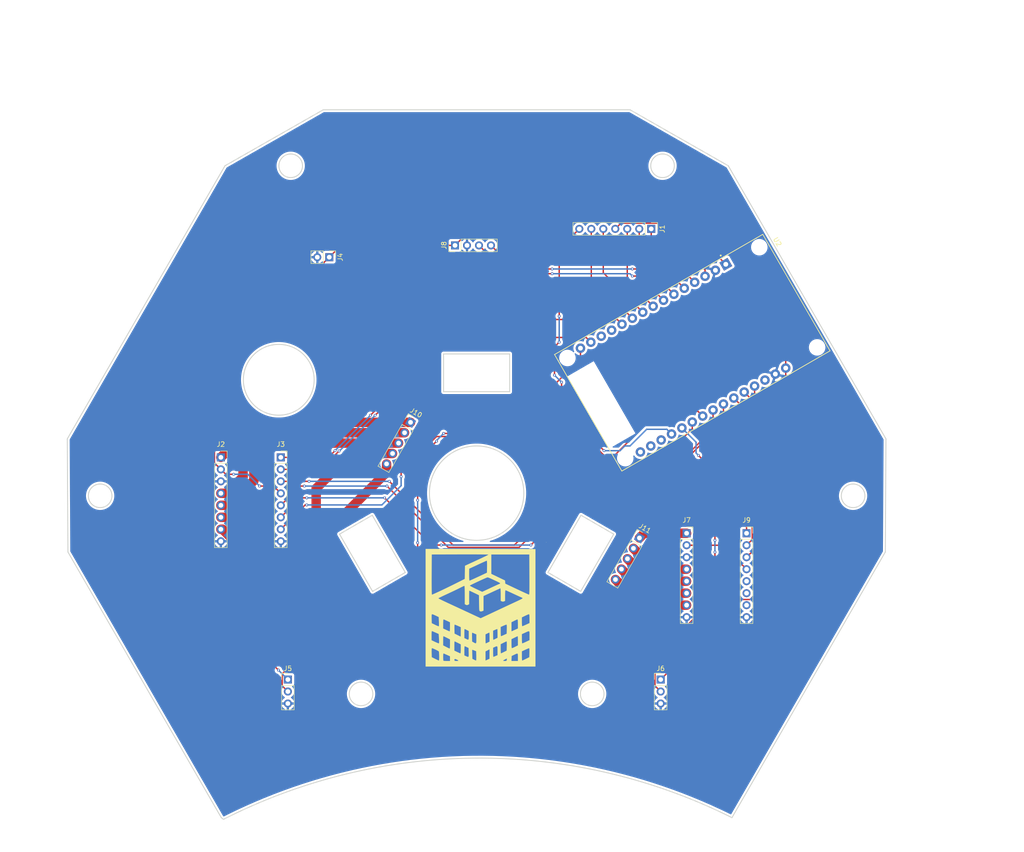
<source format=kicad_pcb>
(kicad_pcb (version 20241229) (generator "pcbnew") (generator_version "9.0")
  (layers (0 "F.Cu" signal) (2 "B.Cu" signal) (13 "F.Paste" user) (15 "B.Paste" user) (5 "F.SilkS" user "F.Silkscreen") (7 "B.SilkS" user "B.Silkscreen") (1 "F.Mask" user) (3 "B.Mask" user) (25 "Edge.Cuts" user))
  (net 0 "")
  (net 1 "GND")
  (net 2 "/BATT+")
  (net 3 "/CAM_TX")
  (net 4 "/CAM_RX")
  (net 5 "/5V")
  (net 6 "/R1")
  (net 7 "/R2")
  (net 8 "/STBY")
  (net 9 "/B1")
  (net 10 "/B2")
  (net 11 "/A2")
  (net 12 "/A1")
  (net 13 "/BIN2")
  (net 14 "/AIN2")
  (net 18 "/PWMA")
  (net 19 "/AIN1")
  (net 21 "/PWMB")
  (net 23 "/BIN1")
  (net 25 "/D4")
  (net 26 "/D34")
  (net 27 "/D15")
  (net 28 "/D19")
  (net 29 "/D18")
  (net 30 "/D2")
  (net 31 "/D5")
  (footprint "Connector_PinHeader_2.54mm:PinHeader_1x07_P2.54mm_Vertical" (layer "F.Cu") (at 187.5 41.5 -90)
    (property "Reference" "J1" (at 0 -2.33 90) (layer "F.SilkS"))
    (property "Value" "Conn_01x07_Pin")
    (pad "1" thru_hole rect (at 0 0 270) (size 1.7 1.7) (drill 1) (layers "*.Cu" "*.Mask") (net 30 "/D2"))
    (pad "2" thru_hole oval (at 0 2.54 270) (size 1.7 1.7) (drill 1) (layers "*.Cu" "*.Mask") (net 25 "/D4"))
    (pad "3" thru_hole oval (at 0 5.08 270) (size 1.7 1.7) (drill 1) (layers "*.Cu" "*.Mask") (net 31 "/D5"))
    (pad "4" thru_hole oval (at 0 7.62 270) (size 1.7 1.7) (drill 1) (layers "*.Cu" "*.Mask") (net 27 "/D15"))
    (pad "5" thru_hole oval (at 0 10.16 270) (size 1.7 1.7) (drill 1) (layers "*.Cu" "*.Mask") (net 29 "/D18"))
    (pad "6" thru_hole oval (at 0 12.7 270) (size 1.7 1.7) (drill 1) (layers "*.Cu" "*.Mask") (net 28 "/D19"))
    (pad "7" thru_hole oval (at 0 15.24 270) (size 1.7 1.7) (drill 1) (layers "*.Cu" "*.Mask") (net 26 "/D34"))
  )
  (footprint "Connector_PinHeader_2.54mm:PinHeader_1x02_P2.54mm_Vertical" (layer "F.Cu") (at 119.275 47.5 -90)
    (property "Reference" "J4" (at 0 -2.33 90) (layer "F.SilkS"))
    (property "Value" "Conn_DC-DC5V")
    (pad "1" thru_hole rect (at 0 0 270) (size 1.7 1.7) (drill 1) (layers "*.Cu" "*.Mask") (net 5 "/5V"))
    (pad "2" thru_hole oval (at 0 2.54 270) (size 1.7 1.7) (drill 1) (layers "*.Cu" "*.Mask") (net 1 "GND"))
  )
  (footprint "Connector_PinHeader_2.54mm:PinHeader_1x04_P2.54mm_Vertical" (layer "F.Cu") (at 145.92 45 90)
    (property "Reference" "J8" (at 0 -2.33 90) (layer "F.SilkS"))
    (property "Value" "Conn_01x04_Pin")
    (pad "1" thru_hole rect (at 0 0 90) (size 1.7 1.7) (drill 1) (layers "*.Cu" "*.Mask") (net 8 "/STBY"))
    (pad "2" thru_hole oval (at 0 2.54 90) (size 1.7 1.7) (drill 1) (layers "*.Cu" "*.Mask") (net 1 "GND"))
    (pad "3" thru_hole oval (at 0 5.08 90) (size 1.7 1.7) (drill 1) (layers "*.Cu" "*.Mask") (net 3 "/CAM_TX"))
    (pad "4" thru_hole oval (at 0 7.62 90) (size 1.7 1.7) (drill 1) (layers "*.Cu" "*.Mask") (net 4 "/CAM_RX"))
  )
  (footprint "Connector_PinSocket_2.54mm:PinSocket_1x08_P2.54mm_Vertical" (layer "F.Cu") (at 207.7 106)
    (property "Reference" "J9" (at 0 -2.77 0) (layer "F.SilkS"))
    (property "Value" "Conn_01x08_Socket")
    (pad "1" thru_hole rect (at 0 0) (size 1.7 1.7) (drill 1) (layers "*.Cu" "*.Mask") (net 18 "/PWMA"))
    (pad "2" thru_hole oval (at 0 2.54) (size 1.7 1.7) (drill 1) (layers "*.Cu" "*.Mask") (net 14 "/AIN2"))
    (pad "3" thru_hole oval (at 0 5.08) (size 1.7 1.7) (drill 1) (layers "*.Cu" "*.Mask") (net 19 "/AIN1"))
    (pad "4" thru_hole oval (at 0 7.62) (size 1.7 1.7) (drill 1) (layers "*.Cu" "*.Mask") (net 8 "/STBY"))
    (pad "5" thru_hole oval (at 0 10.16) (size 1.7 1.7) (drill 1) (layers "*.Cu" "*.Mask") (net 23 "/BIN1"))
    (pad "6" thru_hole oval (at 0 12.7) (size 1.7 1.7) (drill 1) (layers "*.Cu" "*.Mask") (net 13 "/BIN2"))
    (pad "7" thru_hole oval (at 0 15.24) (size 1.7 1.7) (drill 1) (layers "*.Cu" "*.Mask") (net 21 "/PWMB"))
    (pad "8" thru_hole oval (at 0 17.78) (size 1.7 1.7) (drill 1) (layers "*.Cu" "*.Mask") (net 1 "GND"))
  )
  (footprint "Connector_PinHeader_2.54mm:PinHeader_1x05_P2.54mm_Vertical" (layer "F.Cu") (at 136.5 82.5 -30)
    (property "Reference" "J10" (at 0 -2.33 150) (layer "F.SilkS"))
    (property "Value" "Conn_01x05_Pin")
    (pad "1" thru_hole rect (at 0 0 330) (size 1.7 1.7) (drill 1) (layers "*.Cu" "*.Mask") (net 2 "/BATT+"))
    (pad "2" thru_hole oval (at 0 2.54 330) (size 1.7 1.7) (drill 1) (layers "*.Cu" "*.Mask") (net 12 "/A1"))
    (pad "3" thru_hole oval (at 0 5.08 330) (size 1.7 1.7) (drill 1) (layers "*.Cu" "*.Mask") (net 11 "/A2"))
    (pad "4" thru_hole oval (at 0 7.62 330) (size 1.7 1.7) (drill 1) (layers "*.Cu" "*.Mask") (net 10 "/B2"))
    (pad "5" thru_hole oval (at 0 10.16 330) (size 1.7 1.7) (drill 1) (layers "*.Cu" "*.Mask") (net 9 "/B1"))
  )
  (footprint "Connector_PinHeader_2.54mm:PinHeader_1x05_P2.54mm_Vertical" (layer "F.Cu") (at 185 107 -30)
    (property "Reference" "J11" (at 0 -2.33 150) (layer "F.SilkS"))
    (property "Value" "Conn_01x05_Pin")
    (pad "1" thru_hole rect (at 0 0 330) (size 1.7 1.7) (drill 1) (layers "*.Cu" "*.Mask") (net 2 "/BATT+"))
    (pad "2" thru_hole oval (at 0 2.54 330) (size 1.7 1.7) (drill 1) (layers "*.Cu" "*.Mask") (net 12 "/A1"))
    (pad "3" thru_hole oval (at 0 5.08 330) (size 1.7 1.7) (drill 1) (layers "*.Cu" "*.Mask") (net 11 "/A2"))
    (pad "4" thru_hole oval (at 0 7.62 330) (size 1.7 1.7) (drill 1) (layers "*.Cu" "*.Mask") (net 10 "/B2"))
    (pad "5" thru_hole oval (at 0 10.16 330) (size 1.7 1.7) (drill 1) (layers "*.Cu" "*.Mask") (net 9 "/B1"))
  )
  (footprint "ESP32-DEVKIT-V1:MODULE_ESP32_DEVKIT_V1" (layer "F.Cu") (at 196.213616 67.758978 -60)
    (property "Reference" "U2" (at -11.355 -27.36 120) (layer "F.SilkS"))
    (property "Value" "ESP32-DEVKIT-V1")
    (pad "" np_thru_hole circle (at -12.28 -23.475 300) (size 3 3) (drill 3) (layers "*.Cu" "*.Mask"))
    (pad "" np_thru_hole circle (at -12.28 23.475 300) (size 3 3) (drill 3) (layers "*.Cu" "*.Mask"))
    (pad "" np_thru_hole circle (at 12.23 -23.475 300) (size 3 3) (drill 3) (layers "*.Cu" "*.Mask"))
    (pad "" np_thru_hole circle (at 12.23 23.475 300) (size 3 3) (drill 3) (layers "*.Cu" "*.Mask"))
    (pad "1" thru_hole rect (at -12.7 -15.515 300) (size 2 2) (drill 1.02) (layers "*.Cu" "*.Mask") (net 8 "/STBY"))
    (pad "2" thru_hole circle (at -12.7 -12.975001 300) (size 2 2) (drill 1.02) (layers "*.Cu" "*.Mask") (net 1 "GND"))
    (pad "3" thru_hole circle (at -12.7 -10.435 300) (size 2 2) (drill 1.02) (layers "*.Cu" "*.Mask") (net 27 "/D15"))
    (pad "4" thru_hole circle (at -12.7 -7.895001 300) (size 2 2) (drill 1.02) (layers "*.Cu" "*.Mask") (net 30 "/D2"))
    (pad "5" thru_hole circle (at -12.7 -5.355 300) (size 2 2) (drill 1.02) (layers "*.Cu" "*.Mask") (net 25 "/D4"))
    (pad "6" thru_hole circle (at -12.7 -2.815001 300) (size 2 2) (drill 1.02) (layers "*.Cu" "*.Mask") (net 4 "/CAM_RX"))
    (pad "7" thru_hole circle (at -12.7 -0.275 300) (size 2 2) (drill 1.02) (layers "*.Cu" "*.Mask") (net 3 "/CAM_TX"))
    (pad "8" thru_hole circle (at -12.700001 2.265 300) (size 2 2) (drill 1.02) (layers "*.Cu" "*.Mask") (net 31 "/D5"))
    (pad "9" thru_hole circle (at -12.7 4.805 300) (size 2 2) (drill 1.02) (layers "*.Cu" "*.Mask") (net 29 "/D18"))
    (pad "10" thru_hole circle (at -12.700001 7.345 300) (size 2 2) (drill 1.02) (layers "*.Cu" "*.Mask") (net 28 "/D19"))
    (pad "11" thru_hole circle (at -12.7 9.885 300) (size 2 2) (drill 1.02) (layers "*.Cu" "*.Mask") (net 18 "/PWMA"))
    (pad "12" thru_hole circle (at -12.700001 12.425 300) (size 2 2) (drill 1.02) (layers "*.Cu" "*.Mask"))
    (pad "13" thru_hole circle (at -12.7 14.965 300) (size 2 2) (drill 1.02) (layers "*.Cu" "*.Mask"))
    (pad "14" thru_hole circle (at -12.7 17.505 300) (size 2 2) (drill 1.02) (layers "*.Cu" "*.Mask") (net 14 "/AIN2"))
    (pad "15" thru_hole circle (at -12.7 20.045 300) (size 2 2) (drill 1.02) (layers "*.Cu" "*.Mask") (net 6 "/R1"))
    (pad "16" thru_hole circle (at 12.7 20.045 300) (size 2 2) (drill 1.02) (layers "*.Cu" "*.Mask"))
    (pad "17" thru_hole circle (at 12.7 17.505 300) (size 2 2) (drill 1.02) (layers "*.Cu" "*.Mask"))
    (pad "18" thru_hole circle (at 12.7 14.965 300) (size 2 2) (drill 1.02) (layers "*.Cu" "*.Mask"))
    (pad "19" thru_hole circle (at 12.7 12.425 300) (size 2 2) (drill 1.02) (layers "*.Cu" "*.Mask") (net 26 "/D34"))
    (pad "20" thru_hole circle (at 12.7 9.885 300) (size 2 2) (drill 1.02) (layers "*.Cu" "*.Mask") (net 7 "/R2"))
    (pad "21" thru_hole circle (at 12.7 7.345001 300) (size 2 2) (drill 1.02) (layers "*.Cu" "*.Mask") (net 19 "/AIN1"))
    (pad "22" thru_hole circle (at 12.7 4.805 300) (size 2 2) (drill 1.02) (layers "*.Cu" "*.Mask") (net 21 "/PWMB"))
    (pad "23" thru_hole circle (at 12.7 2.265001 300) (size 2 2) (drill 1.02) (layers "*.Cu" "*.Mask") (net 23 "/BIN1"))
    (pad "24" thru_hole circle (at 12.7 -0.275 300) (size 2 2) (drill 1.02) (layers "*.Cu" "*.Mask") (net 13 "/BIN2"))
    (pad "25" thru_hole circle (at 12.700001 -2.815 300) (size 2 2) (drill 1.02) (layers "*.Cu" "*.Mask") (net 18 "/PWMA"))
    (pad "26" thru_hole circle (at 12.7 -5.355 300) (size 2 2) (drill 1.02) (layers "*.Cu" "*.Mask") (net 14 "/AIN2"))
    (pad "27" thru_hole circle (at 12.700001 -7.895 300) (size 2 2) (drill 1.02) (layers "*.Cu" "*.Mask") (net 19 "/AIN1"))
    (pad "28" thru_hole circle (at 12.7 -10.435 300) (size 2 2) (drill 1.02) (layers "*.Cu" "*.Mask"))
    (pad "29" thru_hole circle (at 12.700001 -12.975 300) (size 2 2) (drill 1.02) (layers "*.Cu" "*.Mask") (net 1 "GND"))
    (pad "30" thru_hole circle (at 12.7 -15.515 300) (size 2 2) (drill 1.02) (layers "*.Cu" "*.Mask") (net 5 "/5V"))
    (zone (net 0) (net_name "") (layer "B.Cu") (connect_pads (clearance 0)) (min_thickness 0.01)
      (keepout (tracks not_allowed) (vias not_allowed) (pads not_allowed) (copperpour not_allowed) (footprints allowed))
      (fill (thermal_gap 0.508) (thermal_bridge_width 0.508))
      (polygon (pts (xy 175.317124 69.535192) (xy 184.162124 84.855181) (xy 178.541619 88.100181) (xy 169.696619 72.780192)))
    )
  )
  (footprint "Connector_PinSocket_2.54mm:PinSocket_1x08_P2.54mm_Vertical" (layer "F.Cu") (at 96.3 89.92)
    (property "Reference" "J2" (at 0 -2.77 0) (layer "F.SilkS"))
    (property "Value" "Conn_01x08_Socket")
    (pad "1" thru_hole rect (at 0 0) (size 1.7 1.7) (drill 1) (layers "*.Cu" "*.Mask") (net 2 "/BATT+"))
    (pad "2" thru_hole oval (at 0 2.54) (size 1.7 1.7) (drill 1) (layers "*.Cu" "*.Mask") (net 8 "/STBY"))
    (pad "3" thru_hole oval (at 0 5.08) (size 1.7 1.7) (drill 1) (layers "*.Cu" "*.Mask") (net 1 "GND"))
    (pad "4" thru_hole oval (at 0 7.62) (size 1.7 1.7) (drill 1) (layers "*.Cu" "*.Mask") (net 12 "/A1"))
    (pad "5" thru_hole oval (at 0 10.16) (size 1.7 1.7) (drill 1) (layers "*.Cu" "*.Mask") (net 11 "/A2"))
    (pad "6" thru_hole oval (at 0 12.7) (size 1.7 1.7) (drill 1) (layers "*.Cu" "*.Mask") (net 10 "/B2"))
    (pad "7" thru_hole oval (at 0 15.24) (size 1.7 1.7) (drill 1) (layers "*.Cu" "*.Mask") (net 9 "/B1"))
    (pad "8" thru_hole oval (at 0 17.78) (size 1.7 1.7) (drill 1) (layers "*.Cu" "*.Mask") (net 1 "GND"))
  )
  (footprint "Connector_PinHeader_2.54mm:PinHeader_1x03_P2.54mm_Vertical" (layer "F.Cu") (at 189.5 137)
    (property "Reference" "J6" (at 0 -2.33 0) (layer "F.SilkS"))
    (property "Value" "relay2")
    (pad "1" thru_hole rect (at 0 0) (size 1.7 1.7) (drill 1) (layers "*.Cu" "*.Mask") (net 5 "/5V"))
    (pad "2" thru_hole oval (at 0 2.54) (size 1.7 1.7) (drill 1) (layers "*.Cu" "*.Mask") (net 7 "/R2"))
    (pad "3" thru_hole oval (at 0 5.08) (size 1.7 1.7) (drill 1) (layers "*.Cu" "*.Mask") (net 1 "GND"))
  )
  (footprint "quichepcb" (layer "F.Cu") (at 167.5 120.5)
    (property "Reference" "G***" (hide yes))
    (property "Value" "LOGO" (hide yes))
  )
  (footprint "Connector_PinSocket_2.54mm:PinSocket_1x08_P2.54mm_Vertical" (layer "F.Cu") (at 109 89.92)
    (property "Reference" "J3" (at 0 -2.77 0) (layer "F.SilkS"))
    (property "Value" "Conn_01x08_Socket")
    (pad "1" thru_hole rect (at 0 0) (size 1.7 1.7) (drill 1) (layers "*.Cu" "*.Mask") (net 18 "/PWMA"))
    (pad "2" thru_hole oval (at 0 2.54) (size 1.7 1.7) (drill 1) (layers "*.Cu" "*.Mask") (net 14 "/AIN2"))
    (pad "3" thru_hole oval (at 0 5.08) (size 1.7 1.7) (drill 1) (layers "*.Cu" "*.Mask") (net 19 "/AIN1"))
    (pad "4" thru_hole oval (at 0 7.62) (size 1.7 1.7) (drill 1) (layers "*.Cu" "*.Mask") (net 8 "/STBY"))
    (pad "5" thru_hole oval (at 0 10.16) (size 1.7 1.7) (drill 1) (layers "*.Cu" "*.Mask") (net 23 "/BIN1"))
    (pad "6" thru_hole oval (at 0 12.7) (size 1.7 1.7) (drill 1) (layers "*.Cu" "*.Mask") (net 13 "/BIN2"))
    (pad "7" thru_hole oval (at 0 15.24) (size 1.7 1.7) (drill 1) (layers "*.Cu" "*.Mask") (net 21 "/PWMB"))
    (pad "8" thru_hole oval (at 0 17.78) (size 1.7 1.7) (drill 1) (layers "*.Cu" "*.Mask") (net 1 "GND"))
  )
  (footprint "Connector_PinHeader_2.54mm:PinHeader_1x03_P2.54mm_Vertical" (layer "F.Cu") (at 110.5 137)
    (property "Reference" "J5" (at 0 -2.33 0) (layer "F.SilkS"))
    (property "Value" "relay1")
    (pad "1" thru_hole rect (at 0 0) (size 1.7 1.7) (drill 1) (layers "*.Cu" "*.Mask") (net 5 "/5V"))
    (pad "2" thru_hole oval (at 0 2.54) (size 1.7 1.7) (drill 1) (layers "*.Cu" "*.Mask") (net 6 "/R1"))
    (pad "3" thru_hole oval (at 0 5.08) (size 1.7 1.7) (drill 1) (layers "*.Cu" "*.Mask") (net 1 "GND"))
  )
  (footprint "Connector_PinSocket_2.54mm:PinSocket_1x08_P2.54mm_Vertical" (layer "F.Cu") (at 195 106)
    (property "Reference" "J7" (at 0 -2.77 0) (layer "F.SilkS"))
    (property "Value" "Conn_01x08_Socket")
    (pad "1" thru_hole rect (at 0 0) (size 1.7 1.7) (drill 1) (layers "*.Cu" "*.Mask") (net 2 "/BATT+"))
    (pad "2" thru_hole oval (at 0 2.54) (size 1.7 1.7) (drill 1) (layers "*.Cu" "*.Mask") (net 8 "/STBY"))
    (pad "3" thru_hole oval (at 0 5.08) (size 1.7 1.7) (drill 1) (layers "*.Cu" "*.Mask") (net 1 "GND"))
    (pad "4" thru_hole oval (at 0 7.62) (size 1.7 1.7) (drill 1) (layers "*.Cu" "*.Mask") (net 12 "/A1"))
    (pad "5" thru_hole oval (at 0 10.16) (size 1.7 1.7) (drill 1) (layers "*.Cu" "*.Mask") (net 11 "/A2"))
    (pad "6" thru_hole oval (at 0 12.7) (size 1.7 1.7) (drill 1) (layers "*.Cu" "*.Mask") (net 10 "/B2"))
    (pad "7" thru_hole oval (at 0 15.24) (size 1.7 1.7) (drill 1) (layers "*.Cu" "*.Mask") (net 9 "/B1"))
    (pad "8" thru_hole oval (at 0 17.78) (size 1.7 1.7) (drill 1) (layers "*.Cu" "*.Mask") (net 1 "GND"))
  )
  (gr_line (start 183 16.259616) (end 203.829415 28.129808) (stroke (width 0.2)) (layer "Edge.Cuts"))
  (gr_line (start 121.452251 106.187822) (end 128.380454 102.187822) (stroke (width 0.2)) (layer "Edge.Cuts"))
  (gr_line (start 63.893764 109.974366) (end 63.758944 86.000468) (stroke (width 0.2)) (layer "Edge.Cuts"))
  (gr_circle (center 126.0078 140.043564) (end 128.5078 140.043564) (stroke (width 0.2)) (fill no) (layer "Edge.Cuts"))
  (gr_line (start 143.5 68) (end 143.5 76) (stroke (width 0.2)) (layer "Edge.Cuts"))
  (gr_circle (center 70.724173 98.064598) (end 73.224173 98.064598) (stroke (width 0.2)) (fill no) (layer "Edge.Cuts"))
  (gr_line (start 157.5 68) (end 157.5 76) (stroke (width 0.2)) (layer "Edge.Cuts"))
  (gr_circle (center 111.101043 28.129808) (end 113.601043 28.129808) (stroke (width 0.2)) (fill no) (layer "Edge.Cuts"))
  (gr_circle (center 174.9922 140.043564) (end 177.4922 140.043564) (stroke (width 0.2)) (fill no) (layer "Edge.Cuts"))
  (gr_line (start 128.452251 118.312178) (end 135.380454 114.312178) (stroke (width 0.2)) (layer "Edge.Cuts"))
  (gr_line (start 128.452251 118.312178) (end 121.452251 106.187822) (stroke (width 0.2)) (layer "Edge.Cuts"))
  (gr_line (start 96.393764 166.266018) (end 96.853765 166.625477) (stroke (width 0.2)) (layer "Edge.Cuts"))
  (gr_line (start 172.547749 118.312178) (end 165.619546 114.312178) (stroke (width 0.2)) (layer "Edge.Cuts"))
  (gr_line (start 237.106236 109.974366) (end 237.241056 86.000468) (stroke (width 0.2)) (layer "Edge.Cuts"))
  (gr_line (start 143.5 68) (end 157.5 68) (stroke (width 0.2)) (layer "Edge.Cuts"))
  (gr_line (start 204.606235 166.266019) (end 237.106236 109.974366) (stroke (width 0.2)) (layer "Edge.Cuts"))
  (gr_circle (center 189.898957 28.129808) (end 192.398957 28.129808) (stroke (width 0.2)) (fill no) (layer "Edge.Cuts"))
  (gr_circle (center 230.275827 98.064598) (end 232.775827 98.064598) (stroke (width 0.2)) (fill no) (layer "Edge.Cuts"))
  (gr_line (start 135.380454 114.312178) (end 128.380454 102.187822) (stroke (width 0.2)) (layer "Edge.Cuts"))
  (gr_line (start 97.170585 28.129808) (end 118 16.259616) (stroke (width 0.2)) (layer "Edge.Cuts"))
  (gr_line (start 172.619546 102.187822) (end 165.619546 114.312178) (stroke (width 0.2)) (layer "Edge.Cuts"))
  (gr_circle (center 150.5 97.5) (end 160.5 97.5) (stroke (width 0.2)) (fill no) (layer "Edge.Cuts"))
  (gr_line (start 63.758944 86.000468) (end 97.170585 28.129808) (stroke (width 0.2)) (layer "Edge.Cuts"))
  (gr_line (start 183 16.259616) (end 118 16.259616) (stroke (width 0.2)) (layer "Edge.Cuts"))
  (gr_circle (center 108.572279 73.48022) (end 116.072279 73.48022) (stroke (width 0.2)) (fill no) (layer "Edge.Cuts"))
  (gr_line (start 179.547749 106.187822) (end 172.547749 118.312178) (stroke (width 0.2)) (layer "Edge.Cuts"))
  (gr_line (start 143.5 76) (end 157.5 76) (stroke (width 0.2)) (layer "Edge.Cuts"))
  (gr_line (start 203.829415 28.129808) (end 237.241056 86.000468) (stroke (width 0.2)) (layer "Edge.Cuts"))
  (gr_line (start 179.547749 106.187822) (end 172.619546 102.187822) (stroke (width 0.2)) (layer "Edge.Cuts"))
  (gr_arc (start 96.853765 166.625477) (mid 150.687311 153.649183) (end 204.606235 166.266019) (stroke (width 0.2)) (layer "Edge.Cuts"))
  (gr_line (start 63.893764 109.974366) (end 96.393764 166.266018) (stroke (width 0.2)) (layer "Edge.Cuts"))
  (segment (start 103.72 82.5) (end 136.5 82.5) (width 2) (layer "F.Cu") (net 2))
  (segment (start 96.3 89.92) (end 103.72 82.5) (width 2) (layer "F.Cu") (net 2))
  (segment (start 186 106) (end 195 106) (width 2) (layer "F.Cu") (net 2))
  (segment (start 185 107) (end 186 106) (width 2) (layer "F.Cu") (net 2))
  (segment (start 157 51) (end 166.5 51) (width 0.3) (layer "F.Cu") (net 3))
  (segment (start 151 45) (end 157 51) (width 0.3) (layer "F.Cu") (net 3))
  (segment (start 184.978818 51.5) (end 190.101773 56.622955) (width 0.3) (layer "F.Cu") (net 3))
  (segment (start 183.5 51.5) (end 184.978818 51.5) (width 0.3) (layer "F.Cu") (net 3))
  (via (at 166.5 51) (size 0.6) (drill 0.3) (layers "F.Cu" "B.Cu") (net 3))
  (via (at 183.5 51.5) (size 0.6) (drill 0.3) (layers "F.Cu" "B.Cu") (net 3))
  (segment (start 183 51) (end 183.5 51.5) (width 0.3) (layer "B.Cu") (net 3))
  (segment (start 166.5 51) (end 183 51) (width 0.3) (layer "B.Cu") (net 3))
  (segment (start 183.5 50) (end 186.948523 50) (width 0.3) (layer "F.Cu") (net 4))
  (segment (start 158.54 50) (end 166.5 50) (width 0.3) (layer "F.Cu") (net 4))
  (segment (start 186.948523 50) (end 192.301478 55.352955) (width 0.3) (layer "F.Cu") (net 4))
  (segment (start 153.54 45) (end 158.54 50) (width 0.3) (layer "F.Cu") (net 4))
  (via (at 183.5 50) (size 0.6) (drill 0.3) (layers "F.Cu" "B.Cu") (net 4))
  (via (at 166.5 50) (size 0.6) (drill 0.3) (layers "F.Cu" "B.Cu") (net 4))
  (segment (start 166.5 50) (end 183.5 50) (width 0.3) (layer "B.Cu") (net 4))
  (segment (start 189.5 137) (end 206.461 120.039) (width 0.3) (layer "F.Cu") (net 5))
  (segment (start 119.275 47.5) (end 94 72.775) (width 0.3) (layer "F.Cu") (net 5))
  (segment (start 119.275 47.5) (end 128.775 38) (width 0.3) (layer "F.Cu") (net 5))
  (segment (start 216 112.5) (end 216 71.000001) (width 0.3) (layer "F.Cu") (net 5))
  (segment (start 216 56) (end 216 71.000001) (width 0.3) (layer "F.Cu") (net 5))
  (segment (start 94 120.5) (end 108.5 135) (width 0.3) (layer "F.Cu") (net 5))
  (segment (start 128.775 38) (end 198 38) (width 0.3) (layer "F.Cu") (net 5))
  (segment (start 94 72.775) (end 94 120.5) (width 0.3) (layer "F.Cu") (net 5))
  (segment (start 206.461 120.039) (end 208.461 120.039) (width 0.3) (layer "F.Cu") (net 5))
  (segment (start 198 38) (end 216 56) (width 0.3) (layer "F.Cu") (net 5))
  (segment (start 208.461 120.039) (end 216 112.5) (width 0.3) (layer "F.Cu") (net 5))
  (via (at 108.5 135) (size 0.6) (drill 0.3) (layers "F.Cu" "B.Cu") (net 5))
  (segment (start 108.5 135) (end 110.5 137) (width 0.3) (layer "B.Cu") (net 5))
  (segment (start 126.098 119) (end 134.5 119) (width 0.3) (layer "F.Cu") (net 6))
  (segment (start 138 115.5) (end 138 108) (width 0.3) (layer "F.Cu") (net 6))
  (segment (start 110.5 139.54) (end 109.299 138.339) (width 0.3) (layer "F.Cu") (net 6))
  (segment (start 109.299 135.799) (end 126.098 119) (width 0.3) (layer "F.Cu") (net 6))
  (segment (start 156.65 84.85) (end 172.504137 68.995863) (width 0.3) (layer "F.Cu") (net 6))
  (segment (start 138 90.5) (end 142 86.5) (width 0.3) (layer "F.Cu") (net 6))
  (segment (start 172.504137 68.995863) (end 172.504137 66.782955) (width 0.3) (layer "F.Cu") (net 6))
  (segment (start 138 99) (end 138 90.5) (width 0.3) (layer "F.Cu") (net 6))
  (segment (start 134.5 119) (end 138 115.5) (width 0.3) (layer "F.Cu") (net 6))
  (segment (start 109.299 138.339) (end 109.299 135.799) (width 0.3) (layer "F.Cu") (net 6))
  (segment (start 143.5 84.85) (end 156.65 84.85) (width 0.3) (layer "F.Cu") (net 6))
  (via (at 138 108) (size 0.6) (drill 0.3) (layers "F.Cu" "B.Cu") (net 6))
  (via (at 142 86.5) (size 0.6) (drill 0.3) (layers "F.Cu" "B.Cu") (net 6))
  (via (at 138 99) (size 0.6) (drill 0.3) (layers "F.Cu" "B.Cu") (net 6))
  (via (at 143.5 84.85) (size 0.6) (drill 0.3) (layers "F.Cu" "B.Cu") (net 6))
  (segment (start 142 86.35) (end 143.5 84.85) (width 0.3) (layer "B.Cu") (net 6))
  (segment (start 138 108) (end 138 100.5) (width 0.3) (layer "B.Cu") (net 6))
  (segment (start 138 100.5) (end 138 99) (width 0.3) (layer "B.Cu") (net 6))
  (segment (start 142 86.5) (end 142 86.35) (width 0.3) (layer "B.Cu") (net 6))
  (segment (start 201 107.5) (end 201 93) (width 0.3) (layer "F.Cu") (net 7))
  (segment (start 201 119.616471) (end 201 110) (width 0.3) (layer "F.Cu") (net 7))
  (segment (start 188.299 132.317471) (end 201 119.616471) (width 0.3) (layer "F.Cu") (net 7))
  (segment (start 201 93) (end 197.5 89.5) (width 0.3) (layer "F.Cu") (net 7))
  (segment (start 188.299 138.339) (end 188.299 132.317471) (width 0.3) (layer "F.Cu") (net 7))
  (segment (start 189.5 139.54) (end 188.299 138.339) (width 0.3) (layer "F.Cu") (net 7))
  (via (at 201 110) (size 0.6) (drill 0.3) (layers "F.Cu" "B.Cu") (net 7))
  (via (at 201 107.5) (size 0.6) (drill 0.3) (layers "F.Cu" "B.Cu") (net 7))
  (via (at 197.5 89.5) (size 0.6) (drill 0.3) (layers "F.Cu" "B.Cu") (net 7))
  (segment (start 197.5 89.5) (end 197 89) (width 0.3) (layer "B.Cu") (net 7))
  (segment (start 197 86.697046) (end 194.002955 83.700001) (width 0.3) (layer "B.Cu") (net 7))
  (segment (start 201 110) (end 201 107.5) (width 0.3) (layer "B.Cu") (net 7))
  (segment (start 197 89) (end 197 86.697046) (width 0.3) (layer "B.Cu") (net 7))
  (segment (start 97.34 93.5) (end 96.3 92.46) (width 0.3) (layer "F.Cu") (net 8))
  (segment (start 125.5 45) (end 145.92 45) (width 0.3) (layer "F.Cu") (net 8))
  (segment (start 107.46 96) (end 104.5 96) (width 0.3) (layer "F.Cu") (net 8))
  (segment (start 151.122 39.798) (end 194.095045 39.798) (width 0.3) (layer "F.Cu") (net 8))
  (segment (start 145.92 45) (end 151.122 39.798) (width 0.3) (layer "F.Cu") (net 8))
  (segment (start 94.949 91.109) (end 94.949 75.551) (width 0.3) (layer "F.Cu") (net 8))
  (segment (start 96.3 92.46) (end 94.949 91.109) (width 0.3) (layer "F.Cu") (net 8))
  (segment (start 202.62 108.54) (end 195 108.54) (width 0.3) (layer "F.Cu") (net 8))
  (segment (start 94.949 75.551) (end 125.5 45) (width 0.3) (layer "F.Cu") (net 8))
  (segment (start 194.095045 39.798) (end 203.3 49.002955) (width 0.3) (layer "F.Cu") (net 8))
  (segment (start 109 97.54) (end 107.46 96) (width 0.3) (layer "F.Cu") (net 8))
  (segment (start 207.7 113.62) (end 202.62 108.54) (width 0.3) (layer "F.Cu") (net 8))
  (segment (start 99 93.5) (end 97.34 93.5) (width 0.3) (layer "F.Cu") (net 8))
  (via (at 104.5 96) (size 0.6) (drill 0.3) (layers "F.Cu" "B.Cu") (net 8))
  (via (at 99 93.5) (size 0.6) (drill 0.3) (layers "F.Cu" "B.Cu") (net 8))
  (segment (start 104.5 96) (end 102 93.5) (width 0.3) (layer "B.Cu") (net 8))
  (segment (start 102 93.5) (end 99 93.5) (width 0.3) (layer "B.Cu") (net 8))
  (segment (start 96.66 105.16) (end 104.701 113.201) (width 2) (layer "F.Cu") (net 9))
  (segment (start 179.92 115.798818) (end 185.361182 121.24) (width 2) (layer "F.Cu") (net 9))
  (segment (start 96.3 105.16) (end 96.66 105.16) (width 2) (layer "F.Cu") (net 9))
  (segment (start 131.42 93.08) (end 131.42 91.304) (width 2) (layer "F.Cu") (net 9))
  (segment (start 185.361182 121.24) (end 195 121.24) (width 2) (layer "F.Cu") (net 9))
  (segment (start 104.701 113.201) (end 111.299 113.201) (width 2) (layer "F.Cu") (net 9))
  (segment (start 111.299 113.201) (end 131.42 93.08) (width 2) (layer "F.Cu") (net 9))
  (segment (start 116.5 96.5) (end 123.897 89.103) (width 2) (layer "F.Cu") (net 10))
  (segment (start 181.19 113.599114) (end 186.290886 118.7) (width 2) (layer "F.Cu") (net 10))
  (segment (start 123.897 89.103) (end 132.69 89.103) (width 2) (layer "F.Cu") (net 10))
  (segment (start 116.5 104.5) (end 116.5 96.5) (width 2) (layer "F.Cu") (net 10))
  (segment (start 97.502081 102.62) (end 105.882081 111) (width 2) (layer "F.Cu") (net 10))
  (segment (start 186.290886 118.7) (end 195 118.7) (width 2) (layer "F.Cu") (net 10))
  (segment (start 105.882081 111) (end 110 111) (width 2) (layer "F.Cu") (net 10))
  (segment (start 96.3 102.62) (end 97.502081 102.62) (width 2) (layer "F.Cu") (net 10))
  (segment (start 110 111) (end 116.5 104.5) (width 2) (layer "F.Cu") (net 10))
  (segment (start 187.220591 116.16) (end 195 116.16) (width 2) (layer "F.Cu") (net 11))
  (segment (start 98.074765 100.08) (end 103.306342 94.848423) (width 2) (layer "F.Cu") (net 11))
  (segment (start 103.306342 89.306342) (end 105.710684 86.902) (width 2) (layer "F.Cu") (net 11))
  (segment (start 182.46 111.399409) (end 187.220591 116.16) (width 2) (layer "F.Cu") (net 11))
  (segment (start 103.306342 94.848423) (end 103.306342 89.306342) (width 2) (layer "F.Cu") (net 11))
  (segment (start 105.710684 86.902) (end 133.96 86.902) (width 2) (layer "F.Cu") (net 11))
  (segment (start 96.3 100.08) (end 98.074765 100.08) (width 2) (layer "F.Cu") (net 11))
  (segment (start 97.502081 97.54) (end 101 94.042081) (width 2) (layer "F.Cu") (net 12))
  (segment (start 96.3 97.54) (end 97.502081 97.54) (width 2) (layer "F.Cu") (net 12))
  (segment (start 195 113.62) (end 188.150295 113.62) (width 2) (layer "F.Cu") (net 12))
  (segment (start 104.799 84.701) (end 135.23 84.701) (width 2) (layer "F.Cu") (net 12))
  (segment (start 101 94.042081) (end 101 88.5) (width 2) (layer "F.Cu") (net 12))
  (segment (start 183.73 109.199705) (end 188.150295 113.62) (width 2) (layer "F.Cu") (net 12))
  (segment (start 101 88.5) (end 104.799 84.701) (width 2) (layer "F.Cu") (net 12))
  (segment (start 171.499 99.001) (end 186.207521 99.001) (width 0.3) (layer "F.Cu") (net 13))
  (segment (start 202.801773 82.406748) (end 202.801773 78.620001) (width 0.3) (layer "F.Cu") (net 13))
  (segment (start 131 98.5) (end 141 108.5) (width 0.3) (layer "F.Cu") (net 13))
  (segment (start 162 108.5) (end 171.499 99.001) (width 0.3) (layer "F.Cu") (net 13))
  (segment (start 186.207521 99.001) (end 202.801773 82.406748) (width 0.3) (layer "F.Cu") (net 13))
  (segment (start 113.12 98.5) (end 114.5 98.5) (width 0.3) (layer "F.Cu") (net 13))
  (segment (start 141 108.5) (end 143 108.5) (width 0.3) (layer "F.Cu") (net 13))
  (segment (start 109 102.62) (end 113.12 98.5) (width 0.3) (layer "F.Cu") (net 13))
  (via (at 114.5 98.5) (size 0.6) (drill 0.3) (layers "F.Cu" "B.Cu") (net 13))
  (via (at 162 108.5) (size 0.6) (drill 0.3) (layers "F.Cu" "B.Cu") (net 13))
  (via (at 143 108.5) (size 0.6) (drill 0.3) (layers "F.Cu" "B.Cu") (net 13))
  (via (at 131 98.5) (size 0.6) (drill 0.3) (layers "F.Cu" "B.Cu") (net 13))
  (segment (start 143 108.5) (end 162 108.5) (width 0.3) (layer "B.Cu") (net 13))
  (segment (start 114.5 98.5) (end 131 98.5) (width 0.3) (layer "B.Cu") (net 13))
  (segment (start 207.7 108.54) (end 208.901 107.339) (width 0.3) (layer "F.Cu") (net 14))
  (segment (start 129 81) (end 145.487045 64.512955) (width 0.3) (layer "F.Cu") (net 14))
  (segment (start 173.703841 64.512955) (end 174.703841 65.512955) (width 0.3) (layer "F.Cu") (net 14))
  (segment (start 117.459239 92.46) (end 121.359621 88.559618) (width 0.3) (layer "F.Cu") (net 14))
  (segment (start 145.487045 64.512955) (end 173.703841 64.512955) (width 0.3) (layer "F.Cu") (net 14))
  (segment (start 208.901 107.339) (end 208.901 77.779819) (width 0.3) (layer "F.Cu") (net 14))
  (segment (start 109 92.46) (end 117.459239 92.46) (width 0.3) (layer "F.Cu") (net 14))
  (segment (start 208.901 77.779819) (end 207.201182 76.080001) (width 0.3) (layer "F.Cu") (net 14))
  (via (at 129 81) (size 0.6) (drill 0.3) (layers "F.Cu" "B.Cu") (net 14))
  (via (at 121.359621 88.559618) (size 0.6) (drill 0.3) (layers "F.Cu" "B.Cu") (net 14))
  (segment (start 121.440382 88.559618) (end 129 81) (width 0.3) (layer "B.Cu") (net 14))
  (segment (start 121.359621 88.559618) (end 121.440382 88.559618) (width 0.3) (layer "B.Cu") (net 14))
  (segment (start 148.297045 60.702955) (end 180.302955 60.702955) (width 0.3) (layer "F.Cu") (net 18))
  (segment (start 207.7 80.048523) (end 205.001478 77.350001) (width 0.3) (layer "F.Cu") (net 18))
  (segment (start 181.302955 61.702955) (end 180.302955 60.702955) (width 0.3) (layer "F.Cu") (net 18))
  (segment (start 109 89.92) (end 119.08 89.92) (width 0.3) (layer "F.Cu") (net 18))
  (segment (start 119.08 89.92) (end 120.5 88.5) (width 0.3) (layer "F.Cu") (net 18))
  (segment (start 128 81) (end 148.297045 60.702955) (width 0.3) (layer "F.Cu") (net 18))
  (segment (start 207.7 106) (end 207.7 80.048523) (width 0.3) (layer "F.Cu") (net 18))
  (via (at 120.5 88.5) (size 0.6) (drill 0.3) (layers "F.Cu" "B.Cu") (net 18))
  (via (at 128 81) (size 0.6) (drill 0.3) (layers "F.Cu" "B.Cu") (net 18))
  (segment (start 120.5 88.5) (end 128 81) (width 0.3) (layer "B.Cu") (net 18))
  (segment (start 109 95) (end 115 95) (width 0.3) (layer "F.Cu") (net 19))
  (segment (start 132 95) (end 145.5 108.5) (width 0.3) (layer "F.Cu") (net 19))
  (segment (start 207.7 111.08) (end 209.400887 109.379113) (width 0.3) (layer "F.Cu") (net 19))
  (segment (start 158.5 108.5) (end 169.5 97.5) (width 0.3) (layer "F.Cu") (net 19))
  (segment (start 209.400887 109.379113) (end 209.400887 74.810001) (width 0.3) (layer "F.Cu") (net 19))
  (segment (start 169.5 97.5) (end 182.546873 97.5) (width 0.3) (layer "F.Cu") (net 19))
  (segment (start 196.202659 83.844214) (end 196.202659 82.430001) (width 0.3) (layer "F.Cu") (net 19))
  (segment (start 145.5 108.5) (end 158.5 108.5) (width 0.3) (layer "F.Cu") (net 19))
  (segment (start 182.546873 97.5) (end 196.202659 83.844214) (width 0.3) (layer "F.Cu") (net 19))
  (via (at 115 95) (size 0.6) (drill 0.3) (layers "F.Cu" "B.Cu") (net 19))
  (via (at 132 95) (size 0.6) (drill 0.3) (layers "F.Cu" "B.Cu") (net 19))
  (segment (start 115 95) (end 132 95) (width 0.3) (layer "B.Cu") (net 19))
  (segment (start 109 105.16) (end 114.16 100) (width 0.3) (layer "F.Cu") (net 21))
  (segment (start 142 85.5) (end 173.5 85.5) (width 0.3) (layer "F.Cu") (net 21))
  (segment (start 189.070852 80.160001) (end 197.402364 80.160001) (width 0.3) (layer "F.Cu") (net 21))
  (segment (start 197.402364 80.160001) (end 198.402364 81.160001) (width 0.3) (layer "F.Cu") (net 21))
  (segment (start 179.230853 90) (end 189.070852 80.160001) (width 0.3) (layer "F.Cu") (net 21))
  (segment (start 134.5 94) (end 134.5 93) (width 0.3) (layer "F.Cu") (net 21))
  (segment (start 178 90) (end 179.230853 90) (width 0.3) (layer "F.Cu") (net 21))
  (segment (start 114.16 100) (end 114.5 100) (width 0.3) (layer "F.Cu") (net 21))
  (segment (start 173.5 85.5) (end 178 90) (width 0.3) (layer "F.Cu") (net 21))
  (segment (start 134.5 93) (end 142 85.5) (width 0.3) (layer "F.Cu") (net 21))
  (via (at 114.5 100) (size 0.6) (drill 0.3) (layers "F.Cu" "B.Cu") (net 21))
  (via (at 134.5 94) (size 0.6) (drill 0.3) (layers "F.Cu" "B.Cu") (net 21))
  (segment (start 114.5 100) (end 130.420654 100) (width 0.3) (layer "B.Cu") (net 21))
  (segment (start 130.420654 100) (end 134.5 95.920654) (width 0.3) (layer "B.Cu") (net 21))
  (segment (start 134.5 95.920654) (end 134.5 94) (width 0.3) (layer "B.Cu") (net 21))
  (segment (start 170 98.5) (end 186 98.5) (width 0.3) (layer "F.Cu") (net 23))
  (segment (start 159.499 109.001) (end 170 98.5) (width 0.3) (layer "F.Cu") (net 23))
  (segment (start 113.08 96) (end 114 96) (width 0.3) (layer "F.Cu") (net 23))
  (segment (start 200.602068 83.897932) (end 200.602068 79.890001) (width 0.3) (layer "F.Cu") (net 23))
  (segment (start 186 98.5) (end 200.602068 83.897932) (width 0.3) (layer "F.Cu") (net 23))
  (segment (start 109 100.08) (end 113.08 96) (width 0.3) (layer "F.Cu") (net 23))
  (segment (start 144.501 109.001) (end 159.499 109.001) (width 0.3) (layer "F.Cu") (net 23))
  (segment (start 131.5 96) (end 144.501 109.001) (width 0.3) (layer "F.Cu") (net 23))
  (via (at 114 96) (size 0.6) (drill 0.3) (layers "F.Cu" "B.Cu") (net 23))
  (via (at 131.5 96) (size 0.6) (drill 0.3) (layers "F.Cu" "B.Cu") (net 23))
  (segment (start 114 96) (end 131.5 96) (width 0.3) (layer "B.Cu") (net 23))
  (segment (start 184.96 44.541773) (end 194.501182 54.082955) (width 0.3) (layer "F.Cu") (net 25))
  (segment (start 184.96 41.5) (end 184.96 44.541773) (width 0.3) (layer "F.Cu") (net 25))
  (segment (start 168 65.5) (end 167 66.5) (width 0.3) (layer "F.Cu") (net 26))
  (segment (start 172.26 41.5) (end 168 45.76) (width 0.3) (layer "F.Cu") (net 26))
  (segment (start 168.5 74) (end 168.5 79.5) (width 0.3) (layer "F.Cu") (net 26))
  (segment (start 167 66.5) (end 167 72.5) (width 0.3) (layer "F.Cu") (net 26))
  (segment (start 168 45.76) (end 168 60) (width 0.3) (layer "F.Cu") (net 26))
  (segment (start 168.5 79.5) (end 177.5 88.5) (width 0.3) (layer "F.Cu") (net 26))
  (via (at 168.5 74) (size 0.6) (drill 0.3) (layers "F.Cu" "B.Cu") (net 26))
  (via (at 168 65.5) (size 0.6) (drill 0.3) (layers "F.Cu" "B.Cu") (net 26))
  (via (at 168 60) (size 0.6) (drill 0.3) (layers "F.Cu" "B.Cu") (net 26))
  (via (at 177.5 88.5) (size 0.6) (drill 0.3) (layers "F.Cu" "B.Cu") (net 26))
  (via (at 167 72.5) (size 0.6) (drill 0.3) (layers "F.Cu" "B.Cu") (net 26))
  (segment (start 183 87.5) (end 186.529999 83.970001) (width 0.3) (layer "B.Cu") (net 26))
  (segment (start 180.898219 88.5) (end 181.898219 87.5) (width 0.3) (layer "B.Cu") (net 26))
  (segment (start 177.5 88.5) (end 180.898219 88.5) (width 0.3) (layer "B.Cu") (net 26))
  (segment (start 186.529999 83.970001) (end 190.80325 83.970001) (width 0.3) (layer "B.Cu") (net 26))
  (segment (start 168 60) (end 168 65.5) (width 0.3) (layer "B.Cu") (net 26))
  (segment (start 167 72.5) (end 168.5 74) (width 0.3) (layer "B.Cu") (net 26))
  (segment (start 181.898219 87.5) (end 183 87.5) (width 0.3) (layer "B.Cu") (net 26))
  (segment (start 190.80325 83.970001) (end 191.80325 84.970001) (width 0.3) (layer "B.Cu") (net 26))
  (segment (start 198.900591 50.128742) (end 198.900591 51.542955) (width 0.3) (layer "F.Cu") (net 27))
  (segment (start 189.070849 40.299) (end 198.900591 50.128742) (width 0.3) (layer "F.Cu") (net 27))
  (segment (start 179.88 41.5) (end 181.081 40.299) (width 0.3) (layer "F.Cu") (net 27))
  (segment (start 181.081 40.299) (end 189.070849 40.299) (width 0.3) (layer "F.Cu") (net 27))
  (segment (start 174.8 51.730296) (end 183.502659 60.432955) (width 0.3) (layer "F.Cu") (net 28))
  (segment (start 174.8 41.5) (end 174.8 51.730296) (width 0.3) (layer "F.Cu") (net 28))
  (segment (start 177.34 41.5) (end 177.34 50.800591) (width 0.3) (layer "F.Cu") (net 29))
  (segment (start 177.34 50.800591) (end 185.702364 59.162955) (width 0.3) (layer "F.Cu") (net 29))
  (segment (start 187.5 43.612068) (end 196.700887 52.812955) (width 0.3) (layer "F.Cu") (net 30))
  (segment (start 187.5 41.5) (end 187.5 43.612068) (width 0.3) (layer "F.Cu") (net 30))
  (segment (start 182.42 52.410887) (end 187.902068 57.892955) (width 0.3) (layer "F.Cu") (net 31))
  (segment (start 182.42 41.5) (end 182.42 52.410887) (width 0.3) (layer "F.Cu") (net 31))
  (zone (net 1) (net_name "GND") (layer "B.Cu") (connect_pads (clearance 0.5)) (min_thickness 0.25) (fill yes (thermal_gap 0.5) (thermal_bridge_width 0.5))
    (polygon (pts (xy 50 -7) (xy 266.5 22) (xy 225.5 173.5) (xy 49.5 171) (xy 50.5 -1)))
  )
)
</source>
